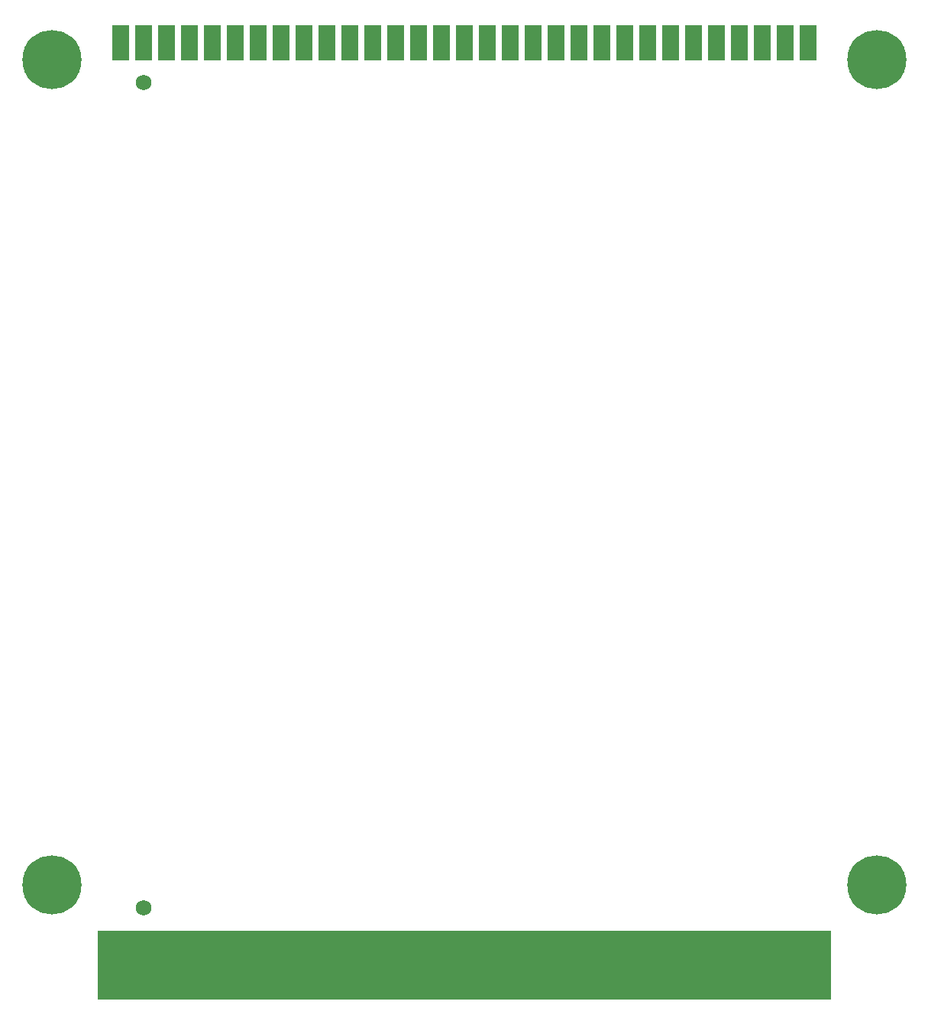
<source format=gbs>
G75*
G70*
%OFA0B0*%
%FSLAX24Y24*%
%IPPOS*%
%LPD*%
%AMOC8*
5,1,8,0,0,1.08239X$1,22.5*
%
%ADD10R,3.2000X0.3000*%
%ADD11R,0.0730X0.1580*%
%ADD12C,0.2580*%
%ADD13C,0.0680*%
D10*
X020180Y001600D03*
D11*
X020180Y041850D03*
X021180Y041850D03*
X022180Y041850D03*
X023180Y041850D03*
X024180Y041850D03*
X025180Y041850D03*
X026180Y041850D03*
X027180Y041850D03*
X028180Y041850D03*
X029180Y041850D03*
X030180Y041850D03*
X031180Y041850D03*
X032180Y041850D03*
X033180Y041850D03*
X034180Y041850D03*
X035180Y041850D03*
X019180Y041850D03*
X018180Y041850D03*
X017180Y041850D03*
X016180Y041850D03*
X015180Y041850D03*
X014180Y041850D03*
X013180Y041850D03*
X012180Y041850D03*
X011180Y041850D03*
X010180Y041850D03*
X009180Y041850D03*
X008180Y041850D03*
X007180Y041850D03*
X006180Y041850D03*
X005180Y041850D03*
D12*
X002180Y005100D03*
X002180Y041100D03*
X038180Y041100D03*
X038180Y005100D03*
D13*
X006180Y004100D03*
X006180Y040100D03*
M02*

</source>
